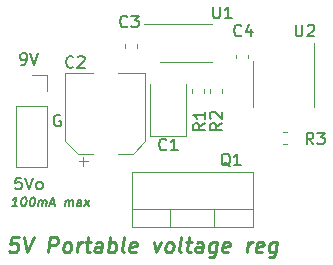
<source format=gbr>
%TF.GenerationSoftware,KiCad,Pcbnew,5.1.6-c6e7f7d~87~ubuntu18.04.1*%
%TF.CreationDate,2021-12-22T00:50:18-08:00*%
%TF.ProjectId,portable-voltage-regulator,706f7274-6162-46c6-952d-766f6c746167,rev?*%
%TF.SameCoordinates,Original*%
%TF.FileFunction,Legend,Top*%
%TF.FilePolarity,Positive*%
%FSLAX46Y46*%
G04 Gerber Fmt 4.6, Leading zero omitted, Abs format (unit mm)*
G04 Created by KiCad (PCBNEW 5.1.6-c6e7f7d~87~ubuntu18.04.1) date 2021-12-22 00:50:18*
%MOMM*%
%LPD*%
G01*
G04 APERTURE LIST*
%ADD10C,0.150000*%
%ADD11C,0.190500*%
%ADD12C,0.228600*%
%ADD13C,0.120000*%
G04 APERTURE END LIST*
D10*
X144787904Y-98052000D02*
X144692666Y-98004380D01*
X144549809Y-98004380D01*
X144406952Y-98052000D01*
X144311714Y-98147238D01*
X144264095Y-98242476D01*
X144216476Y-98432952D01*
X144216476Y-98575809D01*
X144264095Y-98766285D01*
X144311714Y-98861523D01*
X144406952Y-98956761D01*
X144549809Y-99004380D01*
X144645047Y-99004380D01*
X144787904Y-98956761D01*
X144835523Y-98909142D01*
X144835523Y-98575809D01*
X144645047Y-98575809D01*
D11*
X141141620Y-105754714D02*
X140706191Y-105754714D01*
X140923905Y-105754714D02*
X141019155Y-104992714D01*
X140932977Y-105101571D01*
X140851334Y-105174142D01*
X140774227Y-105210428D01*
X141708584Y-104992714D02*
X141781155Y-104992714D01*
X141849191Y-105029000D01*
X141880941Y-105065285D01*
X141908155Y-105137857D01*
X141926298Y-105283000D01*
X141903620Y-105464428D01*
X141849191Y-105609571D01*
X141803834Y-105682142D01*
X141763012Y-105718428D01*
X141685905Y-105754714D01*
X141613334Y-105754714D01*
X141545298Y-105718428D01*
X141513548Y-105682142D01*
X141486334Y-105609571D01*
X141468191Y-105464428D01*
X141490870Y-105283000D01*
X141545298Y-105137857D01*
X141590655Y-105065285D01*
X141631477Y-105029000D01*
X141708584Y-104992714D01*
X142434298Y-104992714D02*
X142506870Y-104992714D01*
X142574905Y-105029000D01*
X142606655Y-105065285D01*
X142633870Y-105137857D01*
X142652012Y-105283000D01*
X142629334Y-105464428D01*
X142574905Y-105609571D01*
X142529548Y-105682142D01*
X142488727Y-105718428D01*
X142411620Y-105754714D01*
X142339048Y-105754714D01*
X142271012Y-105718428D01*
X142239262Y-105682142D01*
X142212048Y-105609571D01*
X142193905Y-105464428D01*
X142216584Y-105283000D01*
X142271012Y-105137857D01*
X142316370Y-105065285D01*
X142357191Y-105029000D01*
X142434298Y-104992714D01*
X142919620Y-105754714D02*
X142983120Y-105246714D01*
X142974048Y-105319285D02*
X143014870Y-105283000D01*
X143091977Y-105246714D01*
X143200834Y-105246714D01*
X143268870Y-105283000D01*
X143296084Y-105355571D01*
X143246191Y-105754714D01*
X143296084Y-105355571D02*
X143341441Y-105283000D01*
X143418548Y-105246714D01*
X143527405Y-105246714D01*
X143595441Y-105283000D01*
X143622655Y-105355571D01*
X143572762Y-105754714D01*
X143926548Y-105537000D02*
X144289405Y-105537000D01*
X143826762Y-105754714D02*
X144176012Y-104992714D01*
X144334762Y-105754714D01*
X145169334Y-105754714D02*
X145232834Y-105246714D01*
X145223762Y-105319285D02*
X145264584Y-105283000D01*
X145341691Y-105246714D01*
X145450548Y-105246714D01*
X145518584Y-105283000D01*
X145545798Y-105355571D01*
X145495905Y-105754714D01*
X145545798Y-105355571D02*
X145591155Y-105283000D01*
X145668262Y-105246714D01*
X145777120Y-105246714D01*
X145845155Y-105283000D01*
X145872370Y-105355571D01*
X145822477Y-105754714D01*
X146511905Y-105754714D02*
X146561798Y-105355571D01*
X146534584Y-105283000D01*
X146466548Y-105246714D01*
X146321405Y-105246714D01*
X146244298Y-105283000D01*
X146516441Y-105718428D02*
X146439334Y-105754714D01*
X146257905Y-105754714D01*
X146189870Y-105718428D01*
X146162655Y-105645857D01*
X146171727Y-105573285D01*
X146217084Y-105500714D01*
X146294191Y-105464428D01*
X146475620Y-105464428D01*
X146552727Y-105428142D01*
X146802191Y-105754714D02*
X147264834Y-105246714D01*
X146865691Y-105246714D02*
X147201334Y-105754714D01*
D12*
X141276863Y-108397523D02*
X140672101Y-108397523D01*
X140536030Y-109002285D01*
X140604066Y-108941809D01*
X140732578Y-108881333D01*
X141034958Y-108881333D01*
X141148351Y-108941809D01*
X141201268Y-109002285D01*
X141246625Y-109123238D01*
X141208828Y-109425619D01*
X141133232Y-109546571D01*
X141065197Y-109607047D01*
X140936685Y-109667523D01*
X140634304Y-109667523D01*
X140520911Y-109607047D01*
X140467994Y-109546571D01*
X141700197Y-108397523D02*
X141964780Y-109667523D01*
X142546863Y-108397523D01*
X143779066Y-109667523D02*
X143937816Y-108397523D01*
X144421625Y-108397523D01*
X144535018Y-108458000D01*
X144587935Y-108518476D01*
X144633292Y-108639428D01*
X144610613Y-108820857D01*
X144535018Y-108941809D01*
X144466982Y-109002285D01*
X144338470Y-109062761D01*
X143854661Y-109062761D01*
X145230494Y-109667523D02*
X145117101Y-109607047D01*
X145064185Y-109546571D01*
X145018828Y-109425619D01*
X145064185Y-109062761D01*
X145139780Y-108941809D01*
X145207816Y-108881333D01*
X145336328Y-108820857D01*
X145517756Y-108820857D01*
X145631149Y-108881333D01*
X145684066Y-108941809D01*
X145729423Y-109062761D01*
X145684066Y-109425619D01*
X145608470Y-109546571D01*
X145540435Y-109607047D01*
X145411923Y-109667523D01*
X145230494Y-109667523D01*
X146198113Y-109667523D02*
X146303947Y-108820857D01*
X146273708Y-109062761D02*
X146349304Y-108941809D01*
X146417339Y-108881333D01*
X146545851Y-108820857D01*
X146666804Y-108820857D01*
X146908708Y-108820857D02*
X147392518Y-108820857D01*
X147143054Y-108397523D02*
X147006982Y-109486095D01*
X147052339Y-109607047D01*
X147165732Y-109667523D01*
X147286685Y-109667523D01*
X148254304Y-109667523D02*
X148337458Y-109002285D01*
X148292101Y-108881333D01*
X148178708Y-108820857D01*
X147936804Y-108820857D01*
X147808292Y-108881333D01*
X148261863Y-109607047D02*
X148133351Y-109667523D01*
X147830970Y-109667523D01*
X147717578Y-109607047D01*
X147672220Y-109486095D01*
X147687339Y-109365142D01*
X147762935Y-109244190D01*
X147891447Y-109183714D01*
X148193828Y-109183714D01*
X148322339Y-109123238D01*
X148859066Y-109667523D02*
X149017816Y-108397523D01*
X148957339Y-108881333D02*
X149085851Y-108820857D01*
X149327756Y-108820857D01*
X149441149Y-108881333D01*
X149494066Y-108941809D01*
X149539423Y-109062761D01*
X149494066Y-109425619D01*
X149418470Y-109546571D01*
X149350435Y-109607047D01*
X149221923Y-109667523D01*
X148980018Y-109667523D01*
X148866625Y-109607047D01*
X150189542Y-109667523D02*
X150076149Y-109607047D01*
X150030792Y-109486095D01*
X150166863Y-108397523D01*
X151164720Y-109607047D02*
X151036208Y-109667523D01*
X150794304Y-109667523D01*
X150680911Y-109607047D01*
X150635554Y-109486095D01*
X150696030Y-109002285D01*
X150771625Y-108881333D01*
X150900137Y-108820857D01*
X151142042Y-108820857D01*
X151255435Y-108881333D01*
X151300792Y-109002285D01*
X151285673Y-109123238D01*
X150665792Y-109244190D01*
X152714423Y-108820857D02*
X152910970Y-109667523D01*
X153319185Y-108820857D01*
X153878589Y-109667523D02*
X153765197Y-109607047D01*
X153712280Y-109546571D01*
X153666923Y-109425619D01*
X153712280Y-109062761D01*
X153787875Y-108941809D01*
X153855911Y-108881333D01*
X153984423Y-108820857D01*
X154165851Y-108820857D01*
X154279244Y-108881333D01*
X154332161Y-108941809D01*
X154377518Y-109062761D01*
X154332161Y-109425619D01*
X154256566Y-109546571D01*
X154188530Y-109607047D01*
X154060018Y-109667523D01*
X153878589Y-109667523D01*
X155027637Y-109667523D02*
X154914244Y-109607047D01*
X154868887Y-109486095D01*
X155004958Y-108397523D01*
X155435851Y-108820857D02*
X155919661Y-108820857D01*
X155670197Y-108397523D02*
X155534125Y-109486095D01*
X155579482Y-109607047D01*
X155692875Y-109667523D01*
X155813828Y-109667523D01*
X156781447Y-109667523D02*
X156864601Y-109002285D01*
X156819244Y-108881333D01*
X156705851Y-108820857D01*
X156463947Y-108820857D01*
X156335435Y-108881333D01*
X156789006Y-109607047D02*
X156660494Y-109667523D01*
X156358113Y-109667523D01*
X156244720Y-109607047D01*
X156199363Y-109486095D01*
X156214482Y-109365142D01*
X156290078Y-109244190D01*
X156418589Y-109183714D01*
X156720970Y-109183714D01*
X156849482Y-109123238D01*
X158036328Y-108820857D02*
X157907816Y-109848952D01*
X157832220Y-109969904D01*
X157764185Y-110030380D01*
X157635673Y-110090857D01*
X157454244Y-110090857D01*
X157340851Y-110030380D01*
X157938054Y-109607047D02*
X157809542Y-109667523D01*
X157567637Y-109667523D01*
X157454244Y-109607047D01*
X157401328Y-109546571D01*
X157355970Y-109425619D01*
X157401328Y-109062761D01*
X157476923Y-108941809D01*
X157544958Y-108881333D01*
X157673470Y-108820857D01*
X157915375Y-108820857D01*
X158028768Y-108881333D01*
X159026625Y-109607047D02*
X158898113Y-109667523D01*
X158656208Y-109667523D01*
X158542816Y-109607047D01*
X158497458Y-109486095D01*
X158557935Y-109002285D01*
X158633530Y-108881333D01*
X158762042Y-108820857D01*
X159003947Y-108820857D01*
X159117339Y-108881333D01*
X159162697Y-109002285D01*
X159147578Y-109123238D01*
X158527697Y-109244190D01*
X160591447Y-109667523D02*
X160697280Y-108820857D01*
X160667042Y-109062761D02*
X160742637Y-108941809D01*
X160810673Y-108881333D01*
X160939185Y-108820857D01*
X161060137Y-108820857D01*
X161869006Y-109607047D02*
X161740494Y-109667523D01*
X161498589Y-109667523D01*
X161385197Y-109607047D01*
X161339839Y-109486095D01*
X161400316Y-109002285D01*
X161475911Y-108881333D01*
X161604423Y-108820857D01*
X161846328Y-108820857D01*
X161959720Y-108881333D01*
X162005078Y-109002285D01*
X161989958Y-109123238D01*
X161370078Y-109244190D01*
X163116328Y-108820857D02*
X162987816Y-109848952D01*
X162912220Y-109969904D01*
X162844185Y-110030380D01*
X162715673Y-110090857D01*
X162534244Y-110090857D01*
X162420851Y-110030380D01*
X163018054Y-109607047D02*
X162889542Y-109667523D01*
X162647637Y-109667523D01*
X162534244Y-109607047D01*
X162481328Y-109546571D01*
X162435970Y-109425619D01*
X162481328Y-109062761D01*
X162556923Y-108941809D01*
X162624958Y-108881333D01*
X162753470Y-108820857D01*
X162995375Y-108820857D01*
X163108768Y-108881333D01*
D10*
X141493952Y-93797380D02*
X141684428Y-93797380D01*
X141779666Y-93749761D01*
X141827285Y-93702142D01*
X141922523Y-93559285D01*
X141970142Y-93368809D01*
X141970142Y-92987857D01*
X141922523Y-92892619D01*
X141874904Y-92845000D01*
X141779666Y-92797380D01*
X141589190Y-92797380D01*
X141493952Y-92845000D01*
X141446333Y-92892619D01*
X141398714Y-92987857D01*
X141398714Y-93225952D01*
X141446333Y-93321190D01*
X141493952Y-93368809D01*
X141589190Y-93416428D01*
X141779666Y-93416428D01*
X141874904Y-93368809D01*
X141922523Y-93321190D01*
X141970142Y-93225952D01*
X142255857Y-92797380D02*
X142589190Y-93797380D01*
X142922523Y-92797380D01*
X141470142Y-103338380D02*
X140993952Y-103338380D01*
X140946333Y-103814571D01*
X140993952Y-103766952D01*
X141089190Y-103719333D01*
X141327285Y-103719333D01*
X141422523Y-103766952D01*
X141470142Y-103814571D01*
X141517761Y-103909809D01*
X141517761Y-104147904D01*
X141470142Y-104243142D01*
X141422523Y-104290761D01*
X141327285Y-104338380D01*
X141089190Y-104338380D01*
X140993952Y-104290761D01*
X140946333Y-104243142D01*
X141803476Y-103338380D02*
X142136809Y-104338380D01*
X142470142Y-103338380D01*
X142946333Y-104338380D02*
X142851095Y-104290761D01*
X142803476Y-104243142D01*
X142755857Y-104147904D01*
X142755857Y-103862190D01*
X142803476Y-103766952D01*
X142851095Y-103719333D01*
X142946333Y-103671714D01*
X143089190Y-103671714D01*
X143184428Y-103719333D01*
X143232047Y-103766952D01*
X143279666Y-103862190D01*
X143279666Y-104147904D01*
X143232047Y-104243142D01*
X143184428Y-104290761D01*
X143089190Y-104338380D01*
X142946333Y-104338380D01*
D13*
%TO.C,U2*%
X161143000Y-95377000D02*
X161143000Y-97327000D01*
X161143000Y-95377000D02*
X161143000Y-93427000D01*
X166263000Y-95377000D02*
X166263000Y-97327000D01*
X166263000Y-95377000D02*
X166263000Y-91927000D01*
%TO.C,C2*%
X152000000Y-94507000D02*
X149650000Y-94507000D01*
X145180000Y-94507000D02*
X147530000Y-94507000D01*
X145180000Y-100262563D02*
X145180000Y-94507000D01*
X152000000Y-100262563D02*
X152000000Y-94507000D01*
X150935563Y-101327000D02*
X149650000Y-101327000D01*
X146244437Y-101327000D02*
X147530000Y-101327000D01*
X146244437Y-101327000D02*
X145180000Y-100262563D01*
X150935563Y-101327000D02*
X152000000Y-100262563D01*
X146742500Y-102354500D02*
X146742500Y-101567000D01*
X146348750Y-101960750D02*
X147136250Y-101960750D01*
%TO.C,U1*%
X155448000Y-93558000D02*
X157648000Y-93558000D01*
X155448000Y-93558000D02*
X153248000Y-93558000D01*
X155448000Y-90338000D02*
X157648000Y-90338000D01*
X155448000Y-90338000D02*
X151848000Y-90338000D01*
%TO.C,Q1*%
X161076000Y-107537000D02*
X150836000Y-107537000D01*
X161076000Y-102896000D02*
X150836000Y-102896000D01*
X161076000Y-107537000D02*
X161076000Y-102896000D01*
X150836000Y-107537000D02*
X150836000Y-102896000D01*
X161076000Y-106027000D02*
X150836000Y-106027000D01*
X157806000Y-107537000D02*
X157806000Y-106027000D01*
X154105000Y-107537000D02*
X154105000Y-106027000D01*
%TO.C,J1*%
X141037000Y-97282000D02*
X143697000Y-97282000D01*
X141037000Y-97282000D02*
X141037000Y-102422000D01*
X141037000Y-102422000D02*
X143697000Y-102422000D01*
X143697000Y-97282000D02*
X143697000Y-102422000D01*
X143697000Y-94682000D02*
X143697000Y-96012000D01*
X142367000Y-94682000D02*
X143697000Y-94682000D01*
%TO.C,C4*%
X160657000Y-92928221D02*
X160657000Y-93253779D01*
X159637000Y-92928221D02*
X159637000Y-93253779D01*
%TO.C,C3*%
X151259000Y-92039221D02*
X151259000Y-92364779D01*
X150239000Y-92039221D02*
X150239000Y-92364779D01*
%TO.C,C1*%
X152414000Y-95405000D02*
X152414000Y-99790000D01*
X152414000Y-99790000D02*
X155434000Y-99790000D01*
X155434000Y-99790000D02*
X155434000Y-95405000D01*
%TO.C,R3*%
X163992779Y-100459000D02*
X163667221Y-100459000D01*
X163992779Y-99439000D02*
X163667221Y-99439000D01*
%TO.C,R2*%
X157478000Y-96174779D02*
X157478000Y-95849221D01*
X158498000Y-96174779D02*
X158498000Y-95849221D01*
%TO.C,R1*%
X156974000Y-95849221D02*
X156974000Y-96174779D01*
X155954000Y-95849221D02*
X155954000Y-96174779D01*
%TO.C,U2*%
D10*
X164719095Y-90384380D02*
X164719095Y-91193904D01*
X164766714Y-91289142D01*
X164814333Y-91336761D01*
X164909571Y-91384380D01*
X165100047Y-91384380D01*
X165195285Y-91336761D01*
X165242904Y-91289142D01*
X165290523Y-91193904D01*
X165290523Y-90384380D01*
X165719095Y-90479619D02*
X165766714Y-90432000D01*
X165861952Y-90384380D01*
X166100047Y-90384380D01*
X166195285Y-90432000D01*
X166242904Y-90479619D01*
X166290523Y-90574857D01*
X166290523Y-90670095D01*
X166242904Y-90812952D01*
X165671476Y-91384380D01*
X166290523Y-91384380D01*
%TO.C,C2*%
X145883333Y-93956142D02*
X145835714Y-94003761D01*
X145692857Y-94051380D01*
X145597619Y-94051380D01*
X145454761Y-94003761D01*
X145359523Y-93908523D01*
X145311904Y-93813285D01*
X145264285Y-93622809D01*
X145264285Y-93479952D01*
X145311904Y-93289476D01*
X145359523Y-93194238D01*
X145454761Y-93099000D01*
X145597619Y-93051380D01*
X145692857Y-93051380D01*
X145835714Y-93099000D01*
X145883333Y-93146619D01*
X146264285Y-93146619D02*
X146311904Y-93099000D01*
X146407142Y-93051380D01*
X146645238Y-93051380D01*
X146740476Y-93099000D01*
X146788095Y-93146619D01*
X146835714Y-93241857D01*
X146835714Y-93337095D01*
X146788095Y-93479952D01*
X146216666Y-94051380D01*
X146835714Y-94051380D01*
%TO.C,U1*%
X157734095Y-88860380D02*
X157734095Y-89669904D01*
X157781714Y-89765142D01*
X157829333Y-89812761D01*
X157924571Y-89860380D01*
X158115047Y-89860380D01*
X158210285Y-89812761D01*
X158257904Y-89765142D01*
X158305523Y-89669904D01*
X158305523Y-88860380D01*
X159305523Y-89860380D02*
X158734095Y-89860380D01*
X159019809Y-89860380D02*
X159019809Y-88860380D01*
X158924571Y-89003238D01*
X158829333Y-89098476D01*
X158734095Y-89146095D01*
%TO.C,Q1*%
X159162761Y-102401619D02*
X159067523Y-102354000D01*
X158972285Y-102258761D01*
X158829428Y-102115904D01*
X158734190Y-102068285D01*
X158638952Y-102068285D01*
X158686571Y-102306380D02*
X158591333Y-102258761D01*
X158496095Y-102163523D01*
X158448476Y-101973047D01*
X158448476Y-101639714D01*
X158496095Y-101449238D01*
X158591333Y-101354000D01*
X158686571Y-101306380D01*
X158877047Y-101306380D01*
X158972285Y-101354000D01*
X159067523Y-101449238D01*
X159115142Y-101639714D01*
X159115142Y-101973047D01*
X159067523Y-102163523D01*
X158972285Y-102258761D01*
X158877047Y-102306380D01*
X158686571Y-102306380D01*
X160067523Y-102306380D02*
X159496095Y-102306380D01*
X159781809Y-102306380D02*
X159781809Y-101306380D01*
X159686571Y-101449238D01*
X159591333Y-101544476D01*
X159496095Y-101592095D01*
%TO.C,C4*%
X160107333Y-91289142D02*
X160059714Y-91336761D01*
X159916857Y-91384380D01*
X159821619Y-91384380D01*
X159678761Y-91336761D01*
X159583523Y-91241523D01*
X159535904Y-91146285D01*
X159488285Y-90955809D01*
X159488285Y-90812952D01*
X159535904Y-90622476D01*
X159583523Y-90527238D01*
X159678761Y-90432000D01*
X159821619Y-90384380D01*
X159916857Y-90384380D01*
X160059714Y-90432000D01*
X160107333Y-90479619D01*
X160964476Y-90717714D02*
X160964476Y-91384380D01*
X160726380Y-90336761D02*
X160488285Y-91051047D01*
X161107333Y-91051047D01*
%TO.C,C3*%
X150455333Y-90527142D02*
X150407714Y-90574761D01*
X150264857Y-90622380D01*
X150169619Y-90622380D01*
X150026761Y-90574761D01*
X149931523Y-90479523D01*
X149883904Y-90384285D01*
X149836285Y-90193809D01*
X149836285Y-90050952D01*
X149883904Y-89860476D01*
X149931523Y-89765238D01*
X150026761Y-89670000D01*
X150169619Y-89622380D01*
X150264857Y-89622380D01*
X150407714Y-89670000D01*
X150455333Y-89717619D01*
X150788666Y-89622380D02*
X151407714Y-89622380D01*
X151074380Y-90003333D01*
X151217238Y-90003333D01*
X151312476Y-90050952D01*
X151360095Y-90098571D01*
X151407714Y-90193809D01*
X151407714Y-90431904D01*
X151360095Y-90527142D01*
X151312476Y-90574761D01*
X151217238Y-90622380D01*
X150931523Y-90622380D01*
X150836285Y-90574761D01*
X150788666Y-90527142D01*
%TO.C,C1*%
X153757333Y-100941142D02*
X153709714Y-100988761D01*
X153566857Y-101036380D01*
X153471619Y-101036380D01*
X153328761Y-100988761D01*
X153233523Y-100893523D01*
X153185904Y-100798285D01*
X153138285Y-100607809D01*
X153138285Y-100464952D01*
X153185904Y-100274476D01*
X153233523Y-100179238D01*
X153328761Y-100084000D01*
X153471619Y-100036380D01*
X153566857Y-100036380D01*
X153709714Y-100084000D01*
X153757333Y-100131619D01*
X154709714Y-101036380D02*
X154138285Y-101036380D01*
X154424000Y-101036380D02*
X154424000Y-100036380D01*
X154328761Y-100179238D01*
X154233523Y-100274476D01*
X154138285Y-100322095D01*
%TO.C,R3*%
X166203333Y-100528380D02*
X165870000Y-100052190D01*
X165631904Y-100528380D02*
X165631904Y-99528380D01*
X166012857Y-99528380D01*
X166108095Y-99576000D01*
X166155714Y-99623619D01*
X166203333Y-99718857D01*
X166203333Y-99861714D01*
X166155714Y-99956952D01*
X166108095Y-100004571D01*
X166012857Y-100052190D01*
X165631904Y-100052190D01*
X166536666Y-99528380D02*
X167155714Y-99528380D01*
X166822380Y-99909333D01*
X166965238Y-99909333D01*
X167060476Y-99956952D01*
X167108095Y-100004571D01*
X167155714Y-100099809D01*
X167155714Y-100337904D01*
X167108095Y-100433142D01*
X167060476Y-100480761D01*
X166965238Y-100528380D01*
X166679523Y-100528380D01*
X166584285Y-100480761D01*
X166536666Y-100433142D01*
%TO.C,R2*%
X158440380Y-98718666D02*
X157964190Y-99052000D01*
X158440380Y-99290095D02*
X157440380Y-99290095D01*
X157440380Y-98909142D01*
X157488000Y-98813904D01*
X157535619Y-98766285D01*
X157630857Y-98718666D01*
X157773714Y-98718666D01*
X157868952Y-98766285D01*
X157916571Y-98813904D01*
X157964190Y-98909142D01*
X157964190Y-99290095D01*
X157535619Y-98337714D02*
X157488000Y-98290095D01*
X157440380Y-98194857D01*
X157440380Y-97956761D01*
X157488000Y-97861523D01*
X157535619Y-97813904D01*
X157630857Y-97766285D01*
X157726095Y-97766285D01*
X157868952Y-97813904D01*
X158440380Y-98385333D01*
X158440380Y-97766285D01*
%TO.C,R1*%
X157043380Y-98718666D02*
X156567190Y-99052000D01*
X157043380Y-99290095D02*
X156043380Y-99290095D01*
X156043380Y-98909142D01*
X156091000Y-98813904D01*
X156138619Y-98766285D01*
X156233857Y-98718666D01*
X156376714Y-98718666D01*
X156471952Y-98766285D01*
X156519571Y-98813904D01*
X156567190Y-98909142D01*
X156567190Y-99290095D01*
X157043380Y-97766285D02*
X157043380Y-98337714D01*
X157043380Y-98052000D02*
X156043380Y-98052000D01*
X156186238Y-98147238D01*
X156281476Y-98242476D01*
X156329095Y-98337714D01*
%TD*%
M02*

</source>
